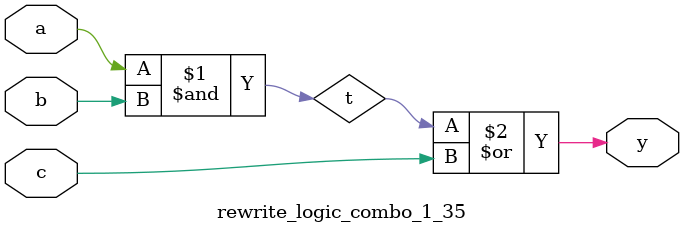
<source format=sv>
module rewrite_logic_combo_1_35(input logic a,b,c, output logic y);
  logic t;
  assign t = a & b;
  assign y = t | c;
endmodule

</source>
